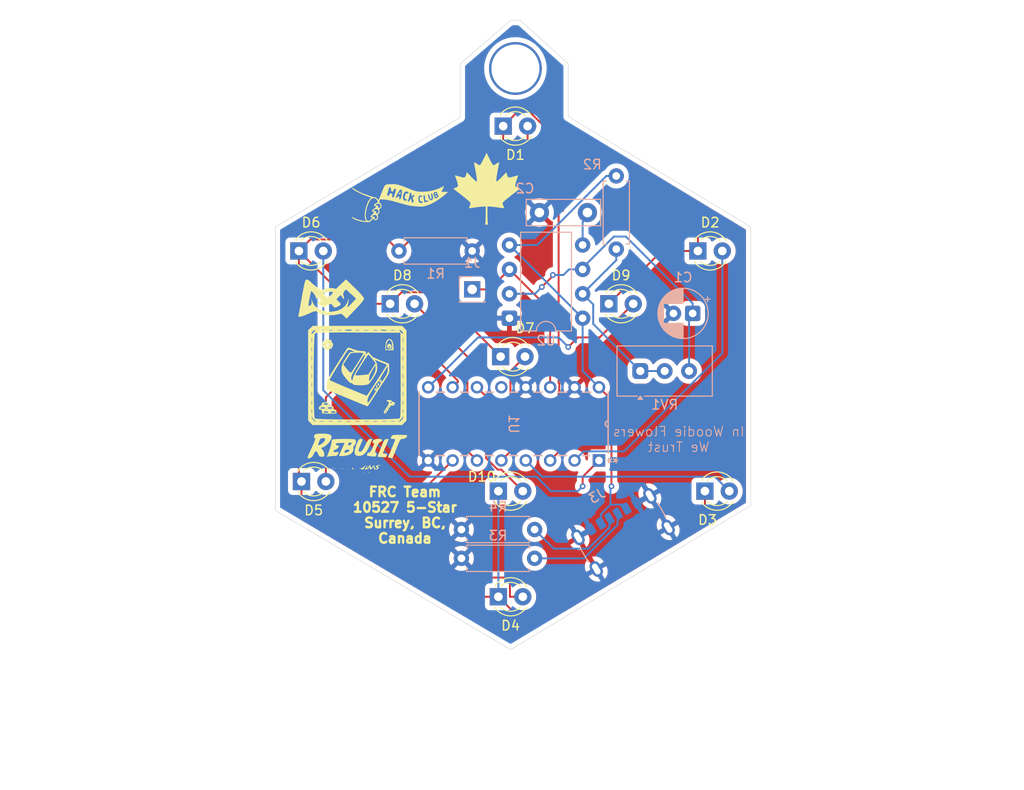
<source format=kicad_pcb>
(kicad_pcb (version 20241229) (generator "pcbnew") (generator_version "9.0")
  (layers (0 "F.Cu" signal) (2 "B.Cu" signal) (13 "F.Paste" user) (15 "B.Paste" user) (5 "F.SilkS" user "F.Silkscreen") (7 "B.SilkS" user "B.Silkscreen") (1 "F.Mask" user) (3 "B.Mask" user) (25 "Edge.Cuts" user))
  (net 0 "")
  (net 1 "GND")
  (net 2 "TR")
  (net 3 "Net-(U2-CV)")
  (net 4 "Net-(D1-A)")
  (net 5 "Net-(D1-K)")
  (net 6 "Net-(D2-A)")
  (net 7 "Net-(D3-A)")
  (net 8 "Net-(D4-A)")
  (net 9 "Net-(D5-A)")
  (net 10 "Net-(D6-A)")
  (net 11 "Net-(D7-A)")
  (net 12 "Net-(D8-A)")
  (net 13 "Net-(D9-A)")
  (net 14 "Net-(D10-A)")
  (net 15 "Net-(U2-DIS)")
  (net 16 "+5V")
  (net 17 "Out")
  (net 19 "Net-(J3-CC1)")
  (net 20 "Net-(J3-CC2)")
  (footprint "LED_THT:LED_D3.0mm" (layer "F.Cu") (at 121.23 104.5)
    (property "Reference" "D10" (at -1.73 -1.5 0) (layer "F.SilkS"))
    (property "Value" "LED")
    (pad "1" thru_hole rect (at 0 0) (size 1.8 1.8) (drill 0.9) (layers "*.Cu" "*.Mask") (net 5 "Net-(D1-K)"))
    (pad "2" thru_hole circle (at 2.54 0) (size 1.8 1.8) (drill 0.9) (layers "*.Cu" "*.Mask") (net 14 "Net-(D10-A)"))
  )
  (footprint "LED_THT:LED_D3.0mm" (layer "F.Cu") (at 100.46 79.5)
    (property "Reference" "D6" (at 1.27 -2.96 0) (layer "F.SilkS"))
    (property "Value" "LED")
    (pad "1" thru_hole rect (at 0 0) (size 1.8 1.8) (drill 0.9) (layers "*.Cu" "*.Mask") (net 5 "Net-(D1-K)"))
    (pad "2" thru_hole circle (at 2.54 0) (size 1.8 1.8) (drill 0.9) (layers "*.Cu" "*.Mask") (net 10 "Net-(D6-A)"))
  )
  (footprint "LOGO" (layer "F.Cu") (at 120 73)
    (property "Reference" "G***" (hide yes))
    (property "Value" "LOGO" (hide yes))
  )
  (footprint "LED_THT:LED_D3.0mm" (layer "F.Cu") (at 121.46 90.5)
    (property "Reference" "D7" (at 2.54 -2.96 0) (layer "F.SilkS"))
    (property "Value" "LED")
    (pad "1" thru_hole rect (at 0 0) (size 1.8 1.8) (drill 0.9) (layers "*.Cu" "*.Mask") (net 5 "Net-(D1-K)"))
    (pad "2" thru_hole circle (at 2.54 0) (size 1.8 1.8) (drill 0.9) (layers "*.Cu" "*.Mask") (net 11 "Net-(D7-A)"))
  )
  (footprint "LED_THT:LED_D3.0mm" (layer "F.Cu") (at 121.73 66.5)
    (property "Reference" "D1" (at 1.27 3 0) (layer "F.SilkS"))
    (property "Value" "LED")
    (pad "1" thru_hole rect (at 0 0) (size 1.8 1.8) (drill 0.9) (layers "*.Cu" "*.Mask") (net 5 "Net-(D1-K)"))
    (pad "2" thru_hole circle (at 2.54 0) (size 1.8 1.8) (drill 0.9) (layers "*.Cu" "*.Mask") (net 4 "Net-(D1-A)"))
  )
  (footprint "LOGO" (layer "F.Cu") (at 109.355289 84.500586)
    (property "Reference" "G***" (hide yes))
    (property "Value" "LOGO" (hide yes))
  )
  (footprint "LOGO" (layer "F.Cu") (at 111 74.5)
    (property "Reference" "G***" (hide yes))
    (property "Value" "LOGO" (hide yes))
  )
  (footprint "LED_THT:LED_D3.0mm" (layer "F.Cu") (at 100.73 103.5)
    (property "Reference" "D5" (at 1.27 3 0) (layer "F.SilkS"))
    (property "Value" "LED")
    (pad "1" thru_hole rect (at 0 0) (size 1.8 1.8) (drill 0.9) (layers "*.Cu" "*.Mask") (net 5 "Net-(D1-K)"))
    (pad "2" thru_hole circle (at 2.54 0) (size 1.8 1.8) (drill 0.9) (layers "*.Cu" "*.Mask") (net 9 "Net-(D5-A)"))
  )
  (footprint "LED_THT:LED_D3.0mm" (layer "F.Cu") (at 142.73 104.5)
    (property "Reference" "D3" (at 0.27 3 0) (layer "F.SilkS"))
    (property "Value" "LED")
    (pad "1" thru_hole rect (at 0 0) (size 1.8 1.8) (drill 0.9) (layers "*.Cu" "*.Mask") (net 5 "Net-(D1-K)"))
    (pad "2" thru_hole circle (at 2.54 0) (size 1.8 1.8) (drill 0.9) (layers "*.Cu" "*.Mask") (net 7 "Net-(D3-A)"))
  )
  (footprint "LED_THT:LED_D3.0mm" (layer "F.Cu") (at 132.73 85)
    (property "Reference" "D9" (at 1.27 -2.96 0) (layer "F.SilkS"))
    (property "Value" "LED")
    (pad "1" thru_hole rect (at 0 0) (size 1.8 1.8) (drill 0.9) (layers "*.Cu" "*.Mask") (net 5 "Net-(D1-K)"))
    (pad "2" thru_hole circle (at 2.54 0) (size 1.8 1.8) (drill 0.9) (layers "*.Cu" "*.Mask") (net 13 "Net-(D9-A)"))
  )
  (footprint "LOGO" (layer "F.Cu") (at 106.5 95)
    (property "Reference" "G***" (hide yes))
    (property "Value" "LOGO" (hide yes))
  )
  (footprint "LED_THT:LED_D3.0mm" (layer "F.Cu") (at 121.23 115.5)
    (property "Reference" "D4" (at 1.27 3 0) (layer "F.SilkS"))
    (property "Value" "LED")
    (pad "1" thru_hole rect (at 0 0) (size 1.8 1.8) (drill 0.9) (layers "*.Cu" "*.Mask") (net 5 "Net-(D1-K)"))
    (pad "2" thru_hole circle (at 2.54 0) (size 1.8 1.8) (drill 0.9) (layers "*.Cu" "*.Mask") (net 8 "Net-(D4-A)"))
  )
  (footprint "LED_THT:LED_D3.0mm" (layer "F.Cu") (at 109.96 85)
    (property "Reference" "D8" (at 1.27 -2.96 0) (layer "F.SilkS"))
    (property "Value" "LED")
    (pad "1" thru_hole rect (at 0 0) (size 1.8 1.8) (drill 0.9) (layers "*.Cu" "*.Mask") (net 5 "Net-(D1-K)"))
    (pad "2" thru_hole circle (at 2.54 0) (size 1.8 1.8) (drill 0.9) (layers "*.Cu" "*.Mask") (net 12 "Net-(D8-A)"))
  )
  (footprint "LED_THT:LED_D3.0mm" (layer "F.Cu") (at 142 79.5)
    (property "Reference" "D2" (at 1.27 -2.96 0) (layer "F.SilkS"))
    (property "Value" "LED")
    (pad "1" thru_hole rect (at 0 0) (size 1.8 1.8) (drill 0.9) (layers "*.Cu" "*.Mask") (net 5 "Net-(D1-K)"))
    (pad "2" thru_hole circle (at 2.54 0) (size 1.8 1.8) (drill 0.9) (layers "*.Cu" "*.Mask") (net 6 "Net-(D2-A)"))
  )
  (footprint "Capacitor_THT:CP_Radial_D5.0mm_P2.00mm" (layer "B.Cu") (at 141.455113 86 180)
    (property "Reference" "C1" (at 1 3.75 0) (layer "B.SilkS") (effects (justify mirror)))
    (property "Value" "1 uF")
    (pad "1" thru_hole roundrect (at 0 0 180) (size 1.6 1.6) (drill 0.8) (layers "*.Cu" "*.Mask") (roundrect_rratio 0.15625) (net 2 "TR"))
    (pad "2" thru_hole circle (at 2 0 180) (size 1.6 1.6) (drill 0.8) (layers "*.Cu" "*.Mask") (net 1 "GND"))
  )
  (footprint "Capacitor_THT:C_Disc_D7.5mm_W2.5mm_P5.00mm" (layer "B.Cu") (at 125.5 75.5)
    (property "Reference" "C2" (at -1.5 -2.5 0) (layer "B.SilkS") (effects (justify mirror)))
    (property "Value" "0.01 uF")
    (pad "1" thru_hole circle (at 0 0) (size 2 2) (drill 1) (layers "*.Cu" "*.Mask") (net 1 "GND"))
    (pad "2" thru_hole circle (at 5 0) (size 2 2) (drill 1) (layers "*.Cu" "*.Mask") (net 3 "Net-(U2-CV)"))
  )
  (footprint "Connector_PinSocket_2.54mm:PinSocket_1x01_P2.54mm_Vertical" (layer "B.Cu") (at 118.5 83.5 180)
    (property "Reference" "J1" (at 0 2.77 0) (layer "B.SilkS") (effects (justify mirror)))
    (property "Value" "Conn_01x01_Socket")
    (pad "1" thru_hole rect (at 0 0 180) (size 1.7 1.7) (drill 1) (layers "*.Cu" "*.Mask") (net 17 "Out"))
  )
  (footprint "Potentiometer_THT:Potentiometer_Vishay_T93YA_Vertical" (layer "B.Cu") (at 136 92)
    (property "Reference" "RV1" (at 2.54 3.5 0) (layer "B.SilkS") (effects (justify mirror)))
    (property "Value" "50k")
    (pad "1" thru_hole roundrect (at 0 0) (size 1.65 1.65) (drill 0.85) (layers "*.Cu" "*.Mask") (net 15 "Net-(U2-DIS)"))
    (pad "2" thru_hole circle (at 2.54 0) (size 1.65 1.65) (drill 0.85) (layers "*.Cu" "*.Mask") (net 15 "Net-(U2-DIS)"))
    (pad "3" thru_hole circle (at 5.08 0) (size 1.65 1.65) (drill 0.85) (layers "*.Cu" "*.Mask") (net 2 "TR"))
  )
  (footprint "CD4017BE:N16" (layer "B.Cu") (at 113.92 93.69 90)
    (property "Reference" "U1" (at -3.81 8.89 270) (layer "B.SilkS") (effects (justify mirror)))
    (property "Value" "4017")
    (fp_text user "*" (at -7.62 19.1897 90) (layer "B.SilkS") (effects (justify mirror)))
    (fp_text user "*" (at -7.62 19.1897 270) (layer "B.SilkS") (effects (justify mirror)))
    (pad "1" thru_hole rect (at -7.62 17.78 90) (size 1.2954 1.2954) (drill 0.7874) (layers "*.Cu" "*.Mask") (net 10 "Net-(D6-A)"))
    (pad "2" thru_hole circle (at -7.62 15.24 90) (size 1.2954 1.2954) (drill 0.7874) (layers "*.Cu" "*.Mask") (net 6 "Net-(D2-A)"))
    (pad "3" thru_hole circle (at -7.62 12.7 90) (size 1.2954 1.2954) (drill 0.7874) (layers "*.Cu" "*.Mask") (net 4 "Net-(D1-A)"))
    (pad "4" thru_hole circle (at -7.62 10.16 90) (size 1.2954 1.2954) (drill 0.7874) (layers "*.Cu" "*.Mask") (net 7 "Net-(D3-A)"))
    (pad "5" thru_hole circle (at -7.62 7.62 90) (size 1.2954 1.2954) (drill 0.7874) (layers "*.Cu" "*.Mask") (net 11 "Net-(D7-A)"))
    (pad "6" thru_hole circle (at -7.62 5.08 90) (size 1.2954 1.2954) (drill 0.7874) (layers "*.Cu" "*.Mask") (net 12 "Net-(D8-A)"))
    (pad "7" thru_hole circle (at -7.62 2.54 90) (size 1.2954 1.2954) (drill 0.7874) (layers "*.Cu" "*.Mask") (net 8 "Net-(D4-A)"))
    (pad "8" thru_hole circle (at -7.62 0 90) (size 1.2954 1.2954) (drill 0.7874) (layers "*.Cu" "*.Mask") (net 1 "GND"))
    (pad "9" thru_hole circle (at 0 0 90) (size 1.2954 1.2954) (drill 0.7874) (layers "*.Cu" "*.Mask") (net 13 "Net-(D9-A)"))
    (pad "10" thru_hole circle (at 0 2.54 90) (size 1.2954 1.2954) (drill 0.7874) (layers "*.Cu" "*.Mask") (net 9 "Net-(D5-A)"))
    (pad "11" thru_hole circle (at 0 5.08 90) (size 1.2954 1.2954) (drill 0.7874) (layers "*.Cu" "*.Mask") (net 14 "Net-(D10-A)"))
    (pad "12" thru_hole circle (at 0 7.62 90) (size 1.2954 1.2954) (drill 0.7874) (layers "*.Cu" "*.Mask"))
    (pad "13" thru_hole circle (at 0 10.16 90) (size 1.2954 1.2954) (drill 0.7874) (layers "*.Cu" "*.Mask") (net 1 "GND"))
    (pad "14" thru_hole circle (at 0 12.7 90) (size 1.2954 1.2954) (drill 0.7874) (layers "*.Cu" "*.Mask") (net 17 "Out"))
    (pad "15" thru_hole circle (at 0 15.24 90) (size 1.2954 1.2954) (drill 0.7874) (layers "*.Cu" "*.Mask") (net 1 "GND"))
    (pad "16" thru_hole circle (at 0 17.78 90) (size 1.2954 1.2954) (drill 0.7874) (layers "*.Cu" "*.Mask") (net 16 "+5V"))
  )
  (footprint "Resistor_THT:R_Axial_DIN0207_L6.3mm_D2.5mm_P7.62mm_Horizontal" (layer "B.Cu") (at 110.88 79.5)
    (property "Reference" "R1" (at 3.81 2.37 0) (layer "B.SilkS") (effects (justify mirror)))
    (property "Value" "470")
    (pad "1" thru_hole circle (at 0 0) (size 1.6 1.6) (drill 0.8) (layers "*.Cu" "*.Mask") (net 5 "Net-(D1-K)"))
    (pad "2" thru_hole circle (at 7.62 0) (size 1.6 1.6) (drill 0.8) (layers "*.Cu" "*.Mask") (net 1 "GND"))
  )
  (footprint "Package_DIP:DIP-8_W7.62mm" (layer "B.Cu") (at 122.38 86.5)
    (property "Reference" "U2" (at 3.81 2.33 0) (layer "B.SilkS") (effects (justify mirror)))
    (property "Value" "NE555P")
    (pad "1" thru_hole roundrect (at 0 0) (size 1.6 1.6) (drill 0.8) (layers "*.Cu" "*.Mask") (roundrect_rratio 0.15625) (net 1 "GND"))
    (pad "2" thru_hole circle (at 0 -2.54) (size 1.6 1.6) (drill 0.8) (layers "*.Cu" "*.Mask") (net 2 "TR"))
    (pad "3" thru_hole circle (at 0 -5.08) (size 1.6 1.6) (drill 0.8) (layers "*.Cu" "*.Mask") (net 17 "Out"))
    (pad "4" thru_hole circle (at 0 -7.62) (size 1.6 1.6) (drill 0.8) (layers "*.Cu" "*.Mask") (net 16 "+5V"))
    (pad "5" thru_hole circle (at 7.62 -7.62) (size 1.6 1.6) (drill 0.8) (layers "*.Cu" "*.Mask") (net 3 "Net-(U2-CV)"))
    (pad "6" thru_hole circle (at 7.62 -5.08) (size 1.6 1.6) (drill 0.8) (layers "*.Cu" "*.Mask") (net 2 "TR"))
    (pad "7" thru_hole circle (at 7.62 -2.54) (size 1.6 1.6) (drill 0.8) (layers "*.Cu" "*.Mask") (net 15 "Net-(U2-DIS)"))
    (pad "8" thru_hole circle (at 7.62 0) (size 1.6 1.6) (drill 0.8) (layers "*.Cu" "*.Mask") (net 16 "+5V"))
  )
  (footprint "Resistor_THT:R_Axial_DIN0207_L6.3mm_D2.5mm_P7.62mm_Horizontal" (layer "B.Cu") (at 125 108.5 180)
    (property "Reference" "R4" (at 3.81 2.37 0) (layer "B.SilkS") (effects (justify mirror)))
    (property "Value" "5.1k")
    (pad "1" thru_hole circle (at 0 0 180) (size 1.6 1.6) (drill 0.8) (layers "*.Cu" "*.Mask") (net 20 "Net-(J3-CC2)"))
    (pad "2" thru_hole circle (at 7.62 0 180) (size 1.6 1.6) (drill 0.8) (layers "*.Cu" "*.Mask") (net 1 "GND"))
  )
  (footprint "Resistor_THT:R_Axial_DIN0207_L6.3mm_D2.5mm_P7.62mm_Horizontal" (layer "B.Cu") (at 125 111.5 180)
    (property "Reference" "R3" (at 3.81 2.37 0) (layer "B.SilkS") (effects (justify mirror)))
    (property "Value" "5.1k")
    (pad "1" thru_hole circle (at 0 0 180) (size 1.6 1.6) (drill 0.8) (layers "*.Cu" "*.Mask") (net 19 "Net-(J3-CC1)"))
    (pad "2" thru_hole circle (at 7.62 0 180) (size 1.6 1.6) (drill 0.8) (layers "*.Cu" "*.Mask") (net 1 "GND"))
  )
  (footprint "Resistor_THT:R_Axial_DIN0207_L6.3mm_D2.5mm_P7.62mm_Horizontal" (layer "B.Cu") (at 133.5 71.69 -90)
    (property "Reference" "R2" (at -1.19 2.5 180) (layer "B.SilkS") (effects (justify mirror)))
    (property "Value" "1k")
    (pad "1" thru_hole circle (at 0 0 270) (size 1.6 1.6) (drill 0.8) (layers "*.Cu" "*.Mask") (net 16 "+5V"))
    (pad "2" thru_hole circle (at 7.62 0 270) (size 1.6 1.6) (drill 0.8) (layers "*.Cu" "*.Mask") (net 15 "Net-(U2-DIS)"))
  )
  (footprint "Connector_USB:USB_C_Receptacle_GCT_USB4125-xx-x_6P_TopMnt_Horizontal" (layer "B.Cu") (at 134.75877 109.758076 -150)
    (property "Reference" "J3" (at 0.44314 5.75 30) (layer "B.SilkS") (effects (justify mirror)))
    (property "Value" "USB_C_Receptacle_PowerOnly_6P")
    (pad "A5" smd roundrect (at -0.499999 3.079998 210) (size 0.7 1.2) (layers "B.Cu" "B.Mask" "B.Paste") (net 19 "Net-(J3-CC1)"))
    (pad "A9" smd roundrect (at 1.52 3.08 30) (size 0.76 1.2) (layers "B.Cu" "B.Mask" "B.Paste") (net 16 "+5V"))
    (pad "A12" smd roundrect (at 2.750001 3.080001 30) (size 0.8 1.2) (layers "B.Cu" "B.Mask" "B.Paste") (net 1 "GND"))
    (pad "B5" smd roundrect (at 0.500001 3.08 30) (size 0.7 1.2) (layers "B.Cu" "B.Mask" "B.Paste") (net 20 "Net-(J3-CC2)"))
    (pad "B9" smd roundrect (at -1.519999 3.08 210) (size 0.76 1.2) (layers "B.Cu" "B.Mask" "B.Paste") (net 16 "+5V"))
    (pad "B12" smd roundrect (at -2.750001 3.079999 210) (size 0.8 1.2) (layers "B.Cu" "B.Mask" "B.Paste") (net 1 "GND"))
    (pad "S1" thru_hole oval (at -4.32 -0.8 210) (size 1.1 1.7) (drill oval 0.6 1.2) (property pad_prop_heatsink) (layers "*.Cu" "*.Mask" "B.Paste") (net 1 "GND"))
    (pad "S1" thru_hole oval (at -4.32 3 210) (size 1.1 1.7) (drill oval 0.6 1.2) (property pad_prop_heatsink) (layers "*.Cu" "*.Mask" "B.Paste") (net 1 "GND"))
    (pad "S1" thru_hole oval (at 4.32 -0.8 210) (size 1.1 1.7) (drill oval 0.6 1.2) (property pad_prop_heatsink) (layers "*.Cu" "*.Mask" "B.Paste") (net 1 "GND"))
    (pad "S1" thru_hole oval (at 4.32 3 210) (size 1.1 1.7) (drill oval 0.6 1.2) (property pad_prop_heatsink) (layers "*.Cu" "*.Mask" "B.Paste") (net 1 "GND"))
  )
  (gr_line (start 117.258461 60) (end 122.5 55.5) (stroke (width 0.05)) (layer "Edge.Cuts"))
  (gr_line (start 123.5 55.5) (end 122.5 55.5) (stroke (width 0.05)) (layer "Edge.Cuts"))
  (gr_line (start 117.258461 65.587832) (end 98 77) (stroke (width 0.05)) (layer "Edge.Cuts"))
  (gr_line (start 117.258461 65.587832) (end 117.258461 60) (stroke (width 0.05)) (layer "Edge.Cuts"))
  (gr_line (start 123.5 55.5) (end 128.5 60) (stroke (width 0.05)) (layer "Edge.Cuts"))
  (gr_line (start 128.5 60) (end 128.5 65.5) (stroke (width 0.05)) (layer "Edge.Cuts"))
  (gr_line (start 147.5 106) (end 122.5 121) (stroke (width 0.05)) (layer "Edge.Cuts"))
  (gr_line (start 147.5 77) (end 128.5 65.5) (stroke (width 0.05)) (layer "Edge.Cuts"))
  (gr_line (start 98 106.5) (end 122.5 121) (stroke (width 0.05)) (layer "Edge.Cuts"))
  (gr_line (start 98 77) (end 98 106.5) (stroke (width 0.05)) (layer "Edge.Cuts"))
  (gr_line (start 147.5 106) (end 147.5 77) (stroke (width 0.05)) (layer "Edge.Cuts"))
  (gr_text "FRC Team\n10527 5-Star\nSurrey, BC,\nCanada" (at 111.5 110 0) (layer "F.SilkS") (effects (font (size 1 1) (thickness 0.25) (bold yes)) (justify bottom)))
  (gr_text "In Woodie Flowers\nWe Trust" (at 140 100.5 0) (layer "B.SilkS") (effects (font (size 1 1) (thickness 0.1)) (justify bottom mirror)))
  (via (at 123 60.5) (size 5.5) (drill 5) (layers "F.Cu" "B.Cu") (net 0))
  (segment (start 125.75 83.25) (end 126.9 82.1) (width 0.2) (layer "F.Cu") (net 2))
  (segment (start 126.9 82.1) (end 126.9 82) (width 0.2) (layer "F.Cu") (net 2))
  (via (at 125.75 83.25) (size 0.6) (drill 0.3) (layers "F.Cu" "B.Cu") (net 2))
  (via (at 126.9 82) (size 0.6) (drill 0.3) (layers "F.Cu" "B.Cu") (net 2))
  (segment (start 141.08 92) (end 141.08 86.375113) (width 0.2) (layer "B.Cu") (net 2))
  (segment (start 141.455113 84.955113) (end 134.5 78) (width 0.2) (layer "B.Cu") (net 2))
  (segment (start 128 82) (end 128.58 81.42) (width 0.2) (layer "B.Cu") (net 2))
  (segment (start 125.75 83.25) (end 125.04 83.96) (width 0.2) (layer "B.Cu") (net 2))
  (segment (start 141.455113 86) (end 141.455113 84.955113) (width 0.2) (layer "B.Cu") (net 2))
  (segment (start 130 81.25295) (end 130 81.42) (width 0.2) (layer "B.Cu") (net 2))
  (segment (start 133.25295 78) (end 130 81.25295) (width 0.2) (layer "B.Cu") (net 2))
  (segment (start 141.08 86.375113) (end 141.455113 86) (width 0.2) (layer "B.Cu") (net 2))
  (segment (start 128.58 81.42) (end 130 81.42) (width 0.2) (layer "B.Cu") (net 2))
  (segment (start 125.04 83.96) (end 122.38 83.96) (width 0.2) (layer "B.Cu") (net 2))
  (segment (start 126.9 82) (end 128 82) (width 0.2) (layer "B.Cu") (net 2))
  (segment (start 134.5 78) (end 133.25295 78) (width 0.2) (layer "B.Cu") (net 2))
  (segment (start 130.5 75.5) (end 130.5 76) (width 0.2) (layer "B.Cu") (net 3))
  (segment (start 130.5 76) (end 130 76.5) (width 0.2) (layer "B.Cu") (net 3))
  (segment (start 130 76.5) (end 130 78.88) (width 0.2) (layer "B.Cu") (net 3))
  (segment (start 124.27 66.5) (end 124.27 69.952054) (width 0.2) (layer "F.Cu") (net 4))
  (segment (start 127.5687 94.082965) (end 127.5 94.151665) (width 0.2) (layer "F.Cu") (net 4))
  (segment (start 127.5 93.228335) (end 127.5687 93.297035) (width 0.2) (layer "F.Cu") (net 4))
  (segment (start 127.961108 75.301) (end 127.5 75.301) (width 0.2) (layer "F.Cu") (net 4))
  (segment (start 127.5 100.43) (end 126.62 101.31) (width 0.2) (layer "F.Cu") (net 4))
  (segment (start 124.27 69.952054) (end 127.199 72.881054) (width 0.2) (layer "F.Cu") (net 4))
  (segment (start 127.5687 93.297035) (end 127.5687 94.082965) (width 0.2) (layer "F.Cu") (net 4))
  (segment (start 127.199 74.538892) (end 127.961108 75.301) (width 0.2) (layer "F.Cu") (net 4))
  (segment (start 127.5 94.151665) (end 127.5 100.43) (width 0.2) (layer "F.Cu") (net 4))
  (segment (start 127.5 75.301) (end 127.5 93.228335) (width 0.2) (layer "F.Cu") (net 4))
  (segment (start 127.199 72.881054) (end 127.199 74.538892) (width 0.2) (layer "F.Cu") (net 4))
  (segment (start 142 78) (end 133.286005 69.286005) (width 0.2) (layer "F.Cu") (net 5))
  (segment (start 124.468471 65) (end 123.23 65) (width 0.2) (layer "F.Cu") (net 5))
  (segment (start 127.998533 117) (end 132.99945 113.99945) (width 0.2) (layer "F.Cu") (net 5))
  (segment (start 100.46 79.5) (end 101.661 78.299) (width 0.2) (layer "F.Cu") (net 5))
  (segment (start 122 105.27) (end 121.23 104.5) (width 0.2) (layer "F.Cu") (net 5))
  (segment (start 101.661 78.299) (end 109.679 78.299) (width 0.2) (layer "F.Cu") (net 5))
  (segment (start 100.46 103.23) (end 100.73 103.5) (width 0.2) (layer "F.Cu") (net 5))
  (segment (start 142.73 104.5) (end 142.73 108.16112) (width 0.2) (layer "F.Cu") (net 5))
  (segment (start 109.679 78.299) (end 110.88 79.5) (width 0.2) (layer "F.Cu") (net 5))
  (segment (start 114.3869 115.5) (end 121.23 115.5) (width 0.2) (layer "F.Cu") (net 5))
  (segment (start 100.73 103.5) (end 100.73 107.417345) (width 0.2) (layer "F.Cu") (net 5))
  (segment (start 100.73 103.5) (end 101.5 103.5) (width 0.2) (layer "F.Cu") (net 5))
  (segment (start 121.73 68.65) (end 110.88 79.5) (width 0.2) (layer "F.Cu") (net 5))
  (segment (start 111.161 83.799) (end 109.96 85) (width 0.2) (layer "F.Cu") (net 5))
  (segment (start 121.46 90.5) (end 114.759 83.799) (width 0.2) (layer "F.Cu") (net 5))
  (segment (start 114.759 83.799) (end 111.161 83.799) (width 0.2) (layer "F.Cu") (net 5))
  (segment (start 138.23 79.5) (end 142 79.5) (width 0.2) (layer "F.Cu") (net 5))
  (segment (start 123.23 65) (end 121.73 66.5) (width 0.2) (layer "F.Cu") (net 5))
  (segment (start 122.73 117) (end 127.998533 117) (width 0.2) (layer "F.Cu") (net 5))
  (segment (start 132.73 85) (end 138.23 79.5) (width 0.2) (layer "F.Cu") (net 5))
  (segment (start 100.46 79.5) (end 100.46 103.23) (width 0.2) (layer "F.Cu") (net 5))
  (segment (start 128.754476 69.286005) (end 124.468471 65) (width 0.2) (layer "F.Cu") (net 5))
  (segment (start 100.46 79.5) (end 105.96 85) (width 0.2) (layer "F.Cu") (net 5))
  (segment (start 105.96 85) (end 109.96 85) (width 0.2) (layer "F.Cu") (net 5))
  (segment (start 100.73 107.417345) (end 114.3869 115.5) (width 0.2) (layer "F.Cu") (net 5))
  (segment (start 142.73 108.16112) (end 132.58309 114.249266) (width 0.2) (layer "F.Cu") (net 5))
  (segment (start 121.73 66.5) (end 121.73 68.65) (width 0.2) (layer "F.Cu") (net 5))
  (segment (start 133.286005 69.286005) (end 128.754476 69.286005) (width 0.2) (layer "F.Cu") (net 5))
  (segment (start 121.23 115.5) (end 122.73 117) (width 0.2) (layer "F.Cu") (net 5))
  (segment (start 142 79.5) (end 142 78) (width 0.2) (layer "F.Cu") (net 5))
  (segment (start 121.23 104.5) (end 121.23 115.5) (width 0.2) (layer "B.Cu") (net 5))
  (segment (start 130.1087 100.3613) (end 129.16 101.31) (width 0.2) (layer "B.Cu") (net 6))
  (segment (start 144.54 79.5) (end 144.54 90.132405) (width 0.2) (layer "B.Cu") (net 6))
  (segment (start 144.54 90.132405) (end 134.311105 100.3613) (width 0.2) (layer "B.Cu") (net 6))
  (segment (start 134.311105 100.3613) (end 130.1087 100.3613) (width 0.2) (layer "B.Cu") (net 6))
  (segment (start 125.77 103) (end 124.08 101.31) (width 0.2) (layer "B.Cu") (net 7))
  (segment (start 145.27 104.5) (end 143.77 103) (width 0.2) (layer "B.Cu") (net 7))
  (segment (start 143.77 103) (end 125.77 103) (width 0.2) (layer "B.Cu") (net 7))
  (segment (start 116 113.5) (end 113.5 111) (width 0.2) (layer "F.Cu") (net 8))
  (segment (start 113.5 104.27) (end 116.46 101.31) (width 0.2) (layer "F.Cu") (net 8))
  (segment (start 122 113.5) (end 116 113.5) (width 0.2) (layer "F.Cu") (net 8))
  (segment (start 122.431 113.931) (end 122 113.5) (width 0.2) (layer "F.Cu") (net 8))
  (segment (start 113.5 111) (end 113.5 104.27) (width 0.2) (layer "F.Cu") (net 8))
  (segment (start 122.431 115.5) (end 122.431 113.931) (width 0.2) (layer "F.Cu") (net 8))
  (segment (start 123.77 115.5) (end 122.431 115.5) (width 0.2) (layer "F.Cu") (net 8))
  (segment (start 117 93.15) (end 116.46 93.69) (width 0.2) (layer "F.Cu") (net 9))
  (segment (start 103.27 94.73) (end 107.5 90.5) (width 0.2) (layer "F.Cu") (net 9))
  (segment (start 114.5 90.5) (end 117 93) (width 0.2) (layer "F.Cu") (net 9))
  (segment (start 103.27 103.5) (end 103.27 94.73) (width 0.2) (layer "F.Cu") (net 9))
  (segment (start 107.5 90.5) (end 114.5 90.5) (width 0.2) (layer "F.Cu") (net 9))
  (segment (start 116.46 94.04) (end 116.46 93.69) (width 0.2) (layer "F.Cu") (net 9))
  (segment (start 117 93) (end 117 93.15) (width 0.2) (layer "F.Cu") (net 9))
  (segment (start 130 104) (end 130 103.01) (width 0.2) (layer "F.Cu") (net 10))
  (segment (start 130 103.01) (end 131.7 101.31) (width 0.2) (layer "F.Cu") (net 10))
  (via (at 130 104) (size 0.6) (drill 0.3) (layers "F.Cu" "B.Cu") (net 10))
  (segment (start 103 79.5) (end 103 94) (width 0.2) (layer "B.Cu") (net 10))
  (segment (start 126.7029 104.5) (end 129.5 104.5) (width 0.2) (layer "B.Cu") (net 10))
  (segment (start 125.2029 103) (end 126.7029 104.5) (width 0.2) (layer "B.Cu") (net 10))
  (segment (start 112 103) (end 125.2029 103) (width 0.2) (layer "B.Cu") (net 10))
  (segment (start 129.5 104.5) (end 130 104) (width 0.2) (layer "B.Cu") (net 10))
  (segment (start 103 94) (end 112 103) (width 0.2) (layer "B.Cu") (net 10))
  (segment (start 124 90.5) (end 122.4887 92.0113) (width 0.2) (layer "F.Cu") (net 11))
  (segment (start 122.4887 92.0113) (end 122.4887 100.3613) (width 0.2) (layer "F.Cu") (net 11))
  (segment (start 122.4887 100.3613) (end 121.54 101.31) (width 0.2) (layer "F.Cu") (net 11))
  (segment (start 118 90.5) (end 118 100.31) (width 0.2) (layer "F.Cu") (net 12))
  (segment (start 118 100.31) (end 119 101.31) (width 0.2) (layer "F.Cu") (net 12))
  (segment (start 112.5 85) (end 118 90.5) (width 0.2) (layer "F.Cu") (net 12))
  (segment (start 129.5 88.5) (end 131.77 88.5) (width 0.2) (layer "F.Cu") (net 13))
  (segment (start 131.77 88.5) (end 135.27 85) (width 0.2) (layer "F.Cu") (net 13))
  (segment (start 128.5 89.5) (end 129.5 88.5) (width 0.2) (layer "F.Cu") (net 13))
  (via (at 128.5 89.5) (size 0.6) (drill 0.3) (layers "F.Cu" "B.Cu") (net 13))
  (segment (start 127.5 88.5) (end 119.11 88.5) (width 0.2) (layer "B.Cu") (net 13))
  (segment (start 128.5 89.5) (end 127.5 88.5) (width 0.2) (layer "B.Cu") (net 13))
  (segment (start 119.11 88.5) (end 113.92 93.69) (width 0.2) (layer "B.Cu") (net 13))
  (segment (start 121.5287 102.2587) (end 121.147035 102.2587) (width 0.2) (layer "F.Cu") (net 14))
  (segment (start 119.9487 94.6387) (end 119 93.69) (width 0.2) (layer "F.Cu") (net 14))
  (segment (start 123.77 104.5) (end 121.5287 102.2587) (width 0.2) (layer "F.Cu") (net 14))
  (segment (start 119.9487 101.060365) (end 119.9487 94.6387) (width 0.2) (layer "F.Cu") (net 14))
  (segment (start 121.147035 102.2587) (end 119.9487 101.060365) (width 0.2) (layer "F.Cu") (net 14))
  (segment (start 136 92) (end 138.54 92) (width 0.2) (layer "B.Cu") (net 15))
  (segment (start 133.5 80.46) (end 130 83.96) (width 0.2) (layer "B.Cu") (net 15))
  (segment (start 133.5 79.31) (end 133.5 80.46) (width 0.2) (layer "B.Cu") (net 15))
  (segment (start 131.101 85.061) (end 131.101 87.101) (width 0.2) (layer "B.Cu") (net 15))
  (segment (start 131.101 87.101) (end 136 92) (width 0.2) (layer "B.Cu") (net 15))
  (segment (start 130 83.96) (end 131.101 85.061) (width 0.2) (layer "B.Cu") (net 15))
  (segment (start 133 104) (end 133 94.99) (width 0.2) (layer "F.Cu") (net 16))
  (segment (start 133 94.99) (end 131.7 93.69) (width 0.2) (layer "F.Cu") (net 16))
  (via (at 133 104) (size 0.6) (drill 0.3) (layers "F.Cu" "B.Cu") (net 16))
  (segment (start 130 91.99) (end 131.7 93.69) (width 0.2) (layer "B.Cu") (net 16))
  (segment (start 132.898744 104.101256) (end 133 104) (width 0.2) (layer "B.Cu") (net 16))
  (segment (start 131.902411 106.903591) (end 132.898744 105.907258) (width 0.2) (layer "B.Cu") (net 16))
  (segment (start 132.898744 105.907258) (end 134.111668 105.907258) (width 0.2) (layer "B.Cu") (net 16))
  (segment (start 131.902411 107.850718) (end 131.902411 106.903591) (width 0.2) (layer "B.Cu") (net 16))
  (segment (start 125.280108 78.88) (end 132.470108 71.69) (width 0.2) (layer "B.Cu") (net 16))
  (segment (start 130 86.5) (end 122.38 78.88) (width 0.2) (layer "B.Cu") (net 16))
  (segment (start 130 86.5) (end 130 91.99) (width 0.2) (layer "B.Cu") (net 16))
  (segment (start 134.111668 105.907258) (end 134.535128 106.330718) (width 0.2) (layer "B.Cu") (net 16))
  (segment (start 132.898744 105.907258) (end 132.898744 104.101256) (width 0.2) (layer "B.Cu") (net 16))
  (segment (start 122.38 78.88) (end 125.280108 78.88) (width 0.2) (layer "B.Cu") (net 16))
  (segment (start 132.470108 71.69) (end 133.5 71.69) (width 0.2) (layer "B.Cu") (net 16))
  (segment (start 118.5 83.5) (end 120.3 83.5) (width 0.2) (layer "F.Cu") (net 17))
  (segment (start 126.62 85.66) (end 122.38 81.42) (width 0.2) (layer "F.Cu") (net 17))
  (segment (start 120.3 83.5) (end 122.38 81.42) (width 0.2) (layer "F.Cu") (net 17))
  (segment (start 126.62 93.69) (end 126.62 85.66) (width 0.2) (layer "F.Cu") (net 17))
  (segment (start 130.147144 111.5) (end 133.651783 107.995361) (width 0.2) (layer "B.Cu") (net 19))
  (segment (start 125 111.5) (end 130.147144 111.5) (width 0.2) (layer "B.Cu") (net 19))
  (segment (start 133.651783 107.995361) (end 133.651783 106.84072) (width 0.2) (layer "B.Cu") (net 19))
  (segment (start 132.785756 108.294288) (end 130.587 110.493044) (width 0.2) (layer "B.Cu") (net 20))
  (segment (start 126.993044 110.493044) (end 125 108.5) (width 0.2) (layer "B.Cu") (net 20))
  (segment (start 130.587 110.493044) (end 126.993044 110.493044) (width 0.2) (layer "B.Cu") (net 20))
  (segment (start 132.785756 107.340718) (end 132.785756 108.294288) (width 0.2) (layer "B.Cu") (net 20))
  (zone (net 1) (net_name "GND") (layers "F.Cu" "B.Cu") (connect_pads (clearance 0.5)) (min_thickness 0.25) (fill yes (thermal_gap 0.5) (thermal_bridge_width 0.5))
    (polygon (pts (xy 147.5 106) (xy 122.5 121) (xy 98 106.5) (xy 98 77) (xy 117.261168 65.561061) (xy 117.266973 59.99961) (xy 122.5 55.5) (xy 123.5 55.5) (xy 128.5 60) (xy 128.5 65.5) (xy 147.5 77)))
  )
)
</source>
